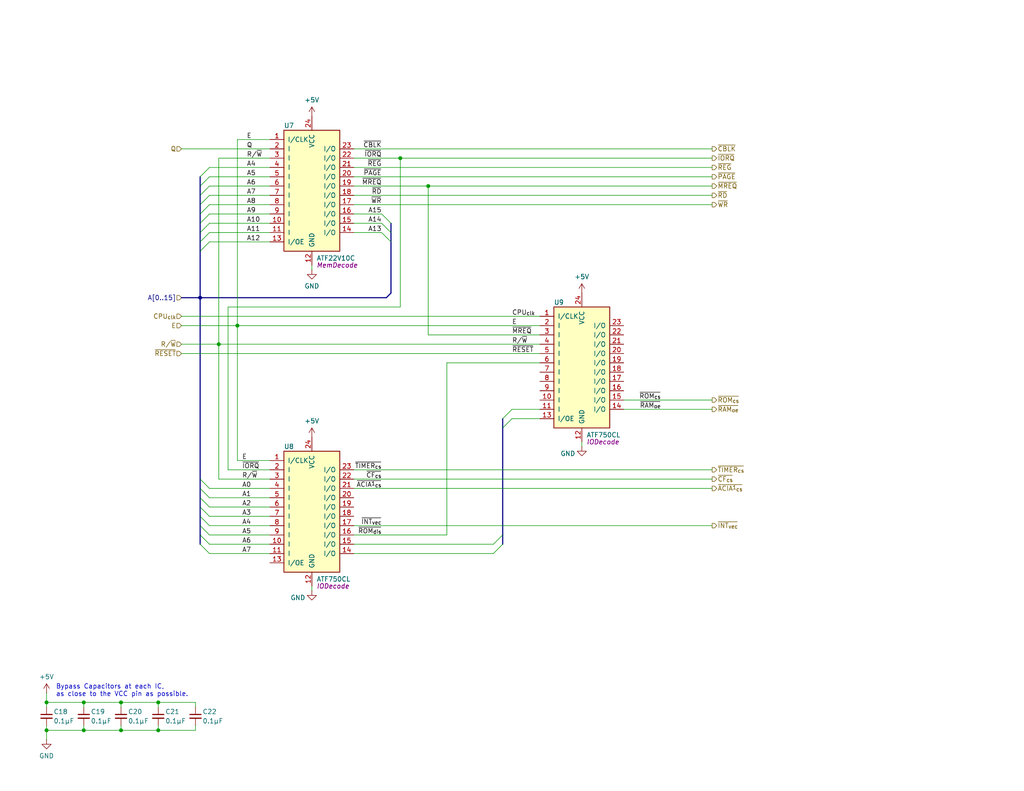
<source format=kicad_sch>
(kicad_sch (version 20250114) (generator "eeschema") (generator_version "9.0")
  (paper "USLetter")
  (title_block (title "Programmable Logic Devices") (date "2025-11-29") (rev "2.0") (company "MicroHobbyist") (comment 1 "Frédéric Segard"))
  (lib_symbols
    (symbol "Device:C_Small" (pin_numbers (hide yes)) (pin_names (offset 0.254) (hide yes))
      (property "Reference" "C" (at 0.254 1.778 0))
      (property "Value" "C_Small" (at 0.254 -2.032 0))
      (symbol "C_Small_0_1"
        (polyline (pts (xy -1.524 0.508) (xy 1.524 0.508)) (stroke (width 0.3048)))
        (polyline (pts (xy -1.524 -0.508) (xy 1.524 -0.508)) (stroke (width 0.3302)))
      )
      (symbol "C_Small_1_1"
        (pin passive line (at 0 2.54 270) (length 2.032) (name "~") (number "1"))
        (pin passive line (at 0 -2.54 90) (length 2.032) (name "~") (number "2"))
      )
    )
    (symbol "GND_1" (power) (pin_numbers (hide yes)) (pin_names (offset 0) (hide yes))
      (property "Value" "GND" (at 0 -3.81 0))
      (symbol "GND_1_0_1"
        (polyline (pts (xy 0 0) (xy 0 -1.27) (xy 1.27 -1.27) (xy 0 -2.54) (xy -1.27 -1.27) (xy 0 -1.27)))
      )
      (symbol "GND_1_1_1"
        (pin power_in line (at 0 0 270) (length 0) (name "~") (number "1"))
      )
    )
    (symbol "MicroHobbyist:ATF22V10C" (pin_names (offset 1.016))
      (property "Reference" "U" (at -7.62 1.27 0))
      (property "Value" "ATF22V10C" (at 1.27 -34.925 0))
      (symbol "ATF22V10C_1_1"
        (rectangle (start -7.62 0) (end 7.62 -33.02) (stroke (width 0.254)) (fill (type background)))
        (pin input line (at -11.43 -2.54 0) (length 3.81) (name "I/CLK") (number "1"))
        (pin input line (at -11.43 -5.08 0) (length 3.81) (name "I") (number "2"))
        (pin input line (at -11.43 -7.62 0) (length 3.81) (name "I") (number "3"))
        (pin input line (at -11.43 -10.16 0) (length 3.81) (name "I") (number "4"))
        (pin input line (at -11.43 -12.7 0) (length 3.81) (name "I") (number "5"))
        (pin input line (at -11.43 -15.24 0) (length 3.81) (name "I") (number "6"))
        (pin input line (at -11.43 -17.78 0) (length 3.81) (name "I") (number "7"))
        (pin input line (at -11.43 -20.32 0) (length 3.81) (name "I") (number "8"))
        (pin input line (at -11.43 -22.86 0) (length 3.81) (name "I") (number "9"))
        (pin input line (at -11.43 -25.4 0) (length 3.81) (name "I") (number "10"))
        (pin input line (at -11.43 -27.94 0) (length 3.81) (name "I") (number "11"))
        (pin input line (at -11.43 -30.48 0) (length 3.81) (name "I/OE") (number "13"))
        (pin power_in line (at 0 3.81 270) (length 3.81) (name "VCC") (number "24"))
        (pin power_in line (at 0 -36.83 90) (length 3.81) (name "GND") (number "12"))
        (pin bidirectional line (at 11.43 -5.08 180) (length 3.81) (name "I/O") (number "23"))
        (pin bidirectional line (at 11.43 -7.62 180) (length 3.81) (name "I/O") (number "22"))
        (pin bidirectional line (at 11.43 -10.16 180) (length 3.81) (name "I/O") (number "21"))
        (pin bidirectional line (at 11.43 -12.7 180) (length 3.81) (name "I/O") (number "20"))
        (pin bidirectional line (at 11.43 -15.24 180) (length 3.81) (name "I/O") (number "19"))
        (pin bidirectional line (at 11.43 -17.78 180) (length 3.81) (name "I/O") (number "18"))
        (pin bidirectional line (at 11.43 -20.32 180) (length 3.81) (name "I/O") (number "17"))
        (pin bidirectional line (at 11.43 -22.86 180) (length 3.81) (name "I/O") (number "16"))
        (pin bidirectional line (at 11.43 -25.4 180) (length 3.81) (name "I/O") (number "15"))
        (pin bidirectional line (at 11.43 -27.94 180) (length 3.81) (name "I/O") (number "14"))
      )
    )
    (symbol "power:+5V" (power) (pin_numbers (hide yes)) (pin_names (offset 0) (hide yes))
      (property "Value" "+5V" (at 0 3.556 0))
      (symbol "+5V_0_1"
        (polyline (pts (xy -0.762 1.27) (xy 0 2.54)))
        (polyline (pts (xy 0 2.54) (xy 0.762 1.27)))
        (polyline (pts (xy 0 0) (xy 0 2.54)))
      )
      (symbol "+5V_1_1"
        (pin power_in line (at 0 0 90) (length 0) (name "~") (number "1"))
      )
    )
    (symbol "power:GND" (power) (pin_numbers (hide yes)) (pin_names (offset 0) (hide yes))
      (property "Value" "GND" (at 0 -3.81 0))
      (symbol "GND_0_1"
        (polyline (pts (xy 0 0) (xy 0 -1.27) (xy 1.27 -1.27) (xy 0 -2.54) (xy -1.27 -1.27) (xy 0 -1.27)))
      )
      (symbol "GND_1_1"
        (pin power_in line (at 0 0 270) (length 0) (name "~") (number "1"))
      )
    )
  )
  (text "Bypass Capacitors at each IC,\nas close to the VCC pin as possible." (at 15.24 188.595 0) (effects (font (size 1.27 1.27)) (justify left)))
  (junction (at 33.02 191.77))
  (junction (at 22.86 199.39))
  (junction (at 64.77 88.9))
  (junction (at 22.86 191.77))
  (junction (at 33.02 199.39))
  (junction (at 59.69 93.98))
  (junction (at 54.61 81.28))
  (junction (at 43.18 199.39))
  (junction (at 116.84 50.8))
  (junction (at 43.18 191.77))
  (junction (at 109.22 43.18))
  (junction (at 12.7 199.39))
  (junction (at 12.7 191.77))
  (bus_entry (at 54.61 148.59) (size 2.54 2.54))
  (bus_entry (at 54.61 143.51) (size 2.54 2.54))
  (bus_entry (at 54.61 53.34) (size 2.54 -2.54))
  (bus_entry (at 54.61 135.89) (size 2.54 2.54))
  (bus_entry (at 54.61 63.5) (size 2.54 -2.54))
  (bus_entry (at 137.16 114.3) (size 2.54 -2.54))
  (bus_entry (at 54.61 50.8) (size 2.54 -2.54))
  (bus_entry (at 54.61 138.43) (size 2.54 2.54))
  (bus_entry (at 54.61 130.81) (size 2.54 2.54))
  (bus_entry (at 106.68 60.96) (size -2.54 -2.54))
  (bus_entry (at 54.61 146.05) (size 2.54 2.54))
  (bus_entry (at 104.14 63.5) (size 2.54 2.54))
  (bus_entry (at 54.61 60.96) (size 2.54 -2.54))
  (bus_entry (at 104.14 60.96) (size 2.54 2.54))
  (bus_entry (at 54.61 66.04) (size 2.54 -2.54))
  (bus_entry (at 137.16 116.84) (size 2.54 -2.54))
  (bus_entry (at 54.61 68.58) (size 2.54 -2.54))
  (bus_entry (at 54.61 58.42) (size 2.54 -2.54))
  (bus_entry (at 54.61 48.26) (size 2.54 -2.54))
  (bus_entry (at 54.61 140.97) (size 2.54 2.54))
  (bus_entry (at 134.62 151.13) (size 2.54 -2.54))
  (bus_entry (at 54.61 55.88) (size 2.54 -2.54))
  (bus_entry (at 134.62 148.59) (size 2.54 -2.54))
  (bus_entry (at 54.61 133.35) (size 2.54 2.54))
  (bus (pts (xy 54.61 138.43) (xy 54.61 135.89)))
  (wire (pts (xy 62.23 83.82) (xy 62.23 128.27)))
  (wire (pts (xy 43.18 198.12) (xy 43.18 199.39)))
  (wire (pts (xy 57.15 48.26) (xy 73.66 48.26)))
  (bus (pts (xy 54.61 146.05) (xy 54.61 143.51)))
  (bus (pts (xy 54.61 55.88) (xy 54.61 58.42)))
  (bus (pts (xy 54.61 60.96) (xy 54.61 63.5)))
  (wire (pts (xy 33.02 191.77) (xy 33.02 193.04)))
  (bus (pts (xy 54.61 133.35) (xy 54.61 135.89)))
  (wire (pts (xy 12.7 189.23) (xy 12.7 191.77)))
  (wire (pts (xy 62.23 83.82) (xy 109.22 83.82)))
  (wire (pts (xy 22.86 191.77) (xy 33.02 191.77)))
  (wire (pts (xy 33.02 198.12) (xy 33.02 199.39)))
  (wire (pts (xy 57.15 60.96) (xy 73.66 60.96)))
  (wire (pts (xy 64.77 125.73) (xy 73.66 125.73)))
  (bus (pts (xy 106.68 60.96) (xy 106.68 63.5)))
  (wire (pts (xy 22.86 198.12) (xy 22.86 199.39)))
  (wire (pts (xy 57.15 58.42) (xy 73.66 58.42)))
  (wire (pts (xy 57.15 146.05) (xy 73.66 146.05)))
  (wire (pts (xy 96.52 48.26) (xy 194.31 48.26)))
  (wire (pts (xy 170.18 109.22) (xy 194.31 109.22)))
  (wire (pts (xy 158.75 121.92) (xy 158.75 120.65)))
  (wire (pts (xy 49.53 93.98) (xy 59.69 93.98)))
  (wire (pts (xy 96.52 148.59) (xy 134.62 148.59)))
  (wire (pts (xy 116.84 91.44) (xy 147.32 91.44)))
  (wire (pts (xy 96.52 151.13) (xy 134.62 151.13)))
  (wire (pts (xy 85.09 161.29) (xy 85.09 160.02)))
  (wire (pts (xy 57.15 50.8) (xy 73.66 50.8)))
  (bus (pts (xy 106.68 66.04) (xy 106.68 80.01)))
  (wire (pts (xy 139.7 114.3) (xy 147.32 114.3)))
  (wire (pts (xy 64.77 88.9) (xy 147.32 88.9)))
  (wire (pts (xy 57.15 140.97) (xy 73.66 140.97)))
  (wire (pts (xy 96.52 43.18) (xy 109.22 43.18)))
  (wire (pts (xy 96.52 63.5) (xy 104.14 63.5)))
  (wire (pts (xy 57.15 66.04) (xy 73.66 66.04)))
  (wire (pts (xy 109.22 43.18) (xy 109.22 83.82)))
  (wire (pts (xy 64.77 88.9) (xy 64.77 125.73)))
  (wire (pts (xy 57.15 148.59) (xy 73.66 148.59)))
  (wire (pts (xy 43.18 191.77) (xy 43.18 193.04)))
  (wire (pts (xy 121.92 99.06) (xy 121.92 146.05)))
  (bus (pts (xy 54.61 81.28) (xy 105.41 81.28)))
  (wire (pts (xy 139.7 111.76) (xy 147.32 111.76)))
  (wire (pts (xy 57.15 53.34) (xy 73.66 53.34)))
  (wire (pts (xy 96.52 58.42) (xy 104.14 58.42)))
  (wire (pts (xy 59.69 130.81) (xy 73.66 130.81)))
  (wire (pts (xy 59.69 43.18) (xy 59.69 93.98)))
  (wire (pts (xy 57.15 133.35) (xy 73.66 133.35)))
  (wire (pts (xy 57.15 55.88) (xy 73.66 55.88)))
  (wire (pts (xy 96.52 133.35) (xy 194.31 133.35)))
  (bus (pts (xy 105.41 81.28) (xy 106.68 80.01)))
  (wire (pts (xy 43.18 199.39) (xy 53.34 199.39)))
  (wire (pts (xy 59.69 93.98) (xy 147.32 93.98)))
  (wire (pts (xy 57.15 138.43) (xy 73.66 138.43)))
  (wire (pts (xy 96.52 45.72) (xy 194.31 45.72)))
  (wire (pts (xy 96.52 130.81) (xy 194.31 130.81)))
  (wire (pts (xy 96.52 50.8) (xy 116.84 50.8)))
  (wire (pts (xy 22.86 191.77) (xy 22.86 193.04)))
  (wire (pts (xy 62.23 128.27) (xy 73.66 128.27)))
  (wire (pts (xy 12.7 198.12) (xy 12.7 199.39)))
  (bus (pts (xy 54.61 50.8) (xy 54.61 53.34)))
  (bus (pts (xy 54.61 143.51) (xy 54.61 140.97)))
  (wire (pts (xy 96.52 53.34) (xy 194.31 53.34)))
  (wire (pts (xy 96.52 128.27) (xy 194.31 128.27)))
  (bus (pts (xy 137.16 114.3) (xy 137.16 116.84)))
  (wire (pts (xy 96.52 55.88) (xy 194.31 55.88)))
  (wire (pts (xy 109.22 43.18) (xy 194.31 43.18)))
  (bus (pts (xy 54.61 58.42) (xy 54.61 60.96)))
  (wire (pts (xy 59.69 43.18) (xy 73.66 43.18)))
  (wire (pts (xy 12.7 191.77) (xy 12.7 193.04)))
  (wire (pts (xy 53.34 191.77) (xy 53.34 193.04)))
  (wire (pts (xy 49.53 96.52) (xy 147.32 96.52)))
  (wire (pts (xy 12.7 199.39) (xy 22.86 199.39)))
  (wire (pts (xy 57.15 45.72) (xy 73.66 45.72)))
  (wire (pts (xy 53.34 198.12) (xy 53.34 199.39)))
  (wire (pts (xy 96.52 143.51) (xy 194.31 143.51)))
  (bus (pts (xy 49.53 81.28) (xy 54.61 81.28)))
  (wire (pts (xy 170.18 111.76) (xy 194.31 111.76)))
  (wire (pts (xy 49.53 88.9) (xy 64.77 88.9)))
  (wire (pts (xy 49.53 40.64) (xy 73.66 40.64)))
  (wire (pts (xy 12.7 199.39) (xy 12.7 201.93)))
  (bus (pts (xy 54.61 130.81) (xy 54.61 133.35)))
  (wire (pts (xy 121.92 99.06) (xy 147.32 99.06)))
  (wire (pts (xy 22.86 199.39) (xy 33.02 199.39)))
  (wire (pts (xy 33.02 199.39) (xy 43.18 199.39)))
  (wire (pts (xy 43.18 191.77) (xy 53.34 191.77)))
  (bus (pts (xy 54.61 53.34) (xy 54.61 55.88)))
  (wire (pts (xy 64.77 38.1) (xy 73.66 38.1)))
  (bus (pts (xy 54.61 63.5) (xy 54.61 66.04)))
  (wire (pts (xy 12.7 191.77) (xy 22.86 191.77)))
  (wire (pts (xy 49.53 86.36) (xy 147.32 86.36)))
  (bus (pts (xy 54.61 66.04) (xy 54.61 68.58)))
  (bus (pts (xy 54.61 146.05) (xy 54.61 148.59)))
  (bus (pts (xy 106.68 63.5) (xy 106.68 66.04)))
  (wire (pts (xy 57.15 151.13) (xy 73.66 151.13)))
  (wire (pts (xy 33.02 191.77) (xy 43.18 191.77)))
  (bus (pts (xy 137.16 146.05) (xy 137.16 148.59)))
  (wire (pts (xy 57.15 143.51) (xy 73.66 143.51)))
  (wire (pts (xy 57.15 135.89) (xy 73.66 135.89)))
  (wire (pts (xy 116.84 50.8) (xy 194.31 50.8)))
  (wire (pts (xy 64.77 38.1) (xy 64.77 88.9)))
  (wire (pts (xy 96.52 60.96) (xy 104.14 60.96)))
  (wire (pts (xy 85.09 73.66) (xy 85.09 72.39)))
  (bus (pts (xy 54.61 140.97) (xy 54.61 138.43)))
  (bus (pts (xy 137.16 116.84) (xy 137.16 146.05)))
  (bus (pts (xy 54.61 68.58) (xy 54.61 81.28)))
  (wire (pts (xy 59.69 93.98) (xy 59.69 130.81)))
  (wire (pts (xy 96.52 40.64) (xy 194.31 40.64)))
  (bus (pts (xy 54.61 48.26) (xy 54.61 50.8)))
  (wire (pts (xy 96.52 146.05) (xy 121.92 146.05)))
  (wire (pts (xy 73.66 63.5) (xy 57.15 63.5)))
  (bus (pts (xy 54.61 81.28) (xy 54.61 130.81)))
  (wire (pts (xy 116.84 50.8) (xy 116.84 91.44)))
  (label "~{ROM_{cs}}" (at 180.34 109.22 180))
  (label "A4" (at 66.04 143.51 0))
  (label "A9" (at 67.31 58.42 0))
  (label "R{slash}~{W}" (at 66.04 130.81 0))
  (label "A8" (at 67.31 55.88 0))
  (label "~{ROM_{dis}}" (at 104.14 146.05 180))
  (label "A2" (at 66.04 138.43 0))
  (label "R{slash}~{W}" (at 139.7 93.98 0))
  (label "~{TIMER_{cs}}" (at 104.14 128.27 180))
  (label "A0" (at 66.04 133.35 0))
  (label "A5" (at 67.31 48.26 0))
  (label "A15" (at 104.14 58.42 180))
  (label "~{MREQ}" (at 104.14 50.8 180))
  (label "~{REG}" (at 104.14 45.72 180))
  (label "A14" (at 104.14 60.96 180))
  (label "A4" (at 67.31 45.72 0))
  (label "~{CF_{cs}}" (at 104.14 130.81 180))
  (label "E" (at 66.04 125.73 0))
  (label "~{CBLK}" (at 104.14 40.64 180))
  (label "~{RD}" (at 104.14 53.34 180))
  (label "~{PAGE}" (at 104.14 48.26 180))
  (label "A1" (at 66.04 135.89 0))
  (label "~{MREQ}" (at 139.7 91.44 0))
  (label "A3" (at 66.04 140.97 0))
  (label "~{RAM_{oe}}" (at 180.34 111.76 180))
  (label "~{WR}" (at 104.14 55.88 180))
  (label "A7" (at 67.31 53.34 0))
  (label "A12" (at 67.31 66.04 0))
  (label "A11" (at 67.31 63.5 0))
  (label "A6" (at 67.31 50.8 0))
  (label "A10" (at 67.31 60.96 0))
  (label "A7" (at 66.04 151.13 0))
  (label "E" (at 139.7 88.9 0))
  (label "~{IORQ}" (at 104.14 43.18 180))
  (label "~{IORQ}" (at 66.04 128.27 0))
  (label "~{INT_{vec}}" (at 104.14 143.51 180))
  (label "CPU_{clk}" (at 139.7 86.36 0))
  (label "E" (at 67.31 38.1 0))
  (label "A6" (at 66.04 148.59 0))
  (label "R{slash}~{W}" (at 67.31 43.18 0))
  (label "A5" (at 66.04 146.05 0))
  (label "~{RESET}" (at 139.7 96.52 0))
  (label "Q" (at 67.31 40.64 0))
  (label "~{ACIA^{1}_{cs}}" (at 104.14 133.35 180))
  (label "A13" (at 104.14 63.5 180))
  (hierarchical_label "~{RD}" (shape output) (at 194.31 53.34 0))
  (hierarchical_label "~{WR}" (shape output) (at 194.31 55.88 0))
  (hierarchical_label "~{ACIA^{1}_{cs}}" (shape output) (at 194.31 133.35 0))
  (hierarchical_label "A[0..15]" (shape input) (at 49.53 81.28 180))
  (hierarchical_label "~{ROM_{cs}}" (shape output) (at 194.31 109.22 0))
  (hierarchical_label "~{MREQ}" (shape output) (at 194.31 50.8 0))
  (hierarchical_label "~{RAM_{oe}}" (shape output) (at 194.31 111.76 0))
  (hierarchical_label "~{TIMER_{cs}}" (shape output) (at 194.31 128.27 0))
  (hierarchical_label "CPU_{clk}" (shape input) (at 49.53 86.36 180))
  (hierarchical_label "E" (shape input) (at 49.53 88.9 180))
  (hierarchical_label "~{IORQ}" (shape output) (at 194.31 43.18 0))
  (hierarchical_label "~{INT_{vec}}" (shape output) (at 194.31 143.51 0))
  (hierarchical_label "~{CF_{cs}}" (shape output) (at 194.31 130.81 0))
  (hierarchical_label "Q" (shape input) (at 49.53 40.64 180))
  (hierarchical_label "~{PAGE}" (shape output) (at 194.31 48.26 0))
  (hierarchical_label "R{slash}~{W}" (shape input) (at 49.53 93.98 180))
  (hierarchical_label "~{REG}" (shape output) (at 194.31 45.72 0))
  (hierarchical_label "~{RESET}" (shape input) (at 49.53 96.52 180))
  (hierarchical_label "~{CBLK}" (shape output) (at 194.31 40.64 0))
  (symbol (lib_id "Device:C_Small") (at 43.18 195.58 0) (unit 1)
    (property "Reference" "C21" (at 45.085 194.31 0) (effects (justify left)))
    (property "Value" "0.1µF" (at 45.085 196.85 0) (effects (justify left)))
    (property "Description" "Unpolarized capacitor, small symbol" (effects (hide yes)))
  )
  (symbol (lib_name "GND_1") (lib_id "power:GND") (at 158.75 121.92 0) (unit 1)
    (property "Reference" "#PWR037" (effects (hide yes)))
    (property "Value" "GND" (at 154.94 123.825 0))
    (property "Description" "Power symbol creates a global label with name \"GND\" , ground" (effects (hide yes)))
  )
  (symbol (lib_id "Device:C_Small") (at 33.02 195.58 0) (unit 1)
    (property "Reference" "C20" (at 34.925 194.31 0) (effects (justify left)))
    (property "Value" "0.1µF" (at 34.925 196.85 0) (effects (justify left)))
    (property "Description" "Unpolarized capacitor, small symbol" (effects (hide yes)))
  )
  (symbol (lib_id "Device:C_Small") (at 22.86 195.58 0) (unit 1)
    (property "Reference" "C19" (at 24.765 194.31 0) (effects (justify left)))
    (property "Value" "0.1µF" (at 24.765 196.85 0) (effects (justify left)))
    (property "Description" "Unpolarized capacitor, small symbol" (effects (hide yes)))
  )
  (symbol (lib_id "power:GND") (at 12.7 201.93 0) (unit 1)
    (property "Reference" "#PWR031" (effects (hide yes)))
    (property "Value" "GND" (at 12.7 206.375 0))
    (property "Description" "Power symbol creates a global label with name \"GND\" , ground" (effects (hide yes)))
  )
  (symbol (lib_id "power:+5V") (at 12.7 189.23 0) (unit 1)
    (property "Reference" "#PWR030" (effects (hide yes)))
    (property "Value" "+5V" (at 12.7 184.785 0))
    (property "Description" "Power symbol creates a global label with name \"+5V\"" (effects (hide yes)))
  )
  (symbol (lib_id "power:+5V") (at 85.09 119.38 0) (unit 1)
    (property "Reference" "#PWR034" (effects (hide yes)))
    (property "Value" "+5V" (at 85.09 114.935 0))
    (property "Description" "Power symbol creates a global label with name \"+5V\"" (effects (hide yes)))
  )
  (symbol (lib_id "power:+5V") (at 85.09 31.75 0) (unit 1)
    (property "Reference" "#PWR032" (effects (hide yes)))
    (property "Value" "+5V" (at 85.09 27.305 0))
    (property "Description" "Power symbol creates a global label with name \"+5V\"" (effects (hide yes)))
  )
  (symbol (lib_name "GND_1") (lib_id "power:GND") (at 85.09 161.29 0) (unit 1)
    (property "Reference" "#PWR035" (effects (hide yes)))
    (property "Value" "GND" (at 81.28 163.195 0))
    (property "Description" "Power symbol creates a global label with name \"GND\" , ground" (effects (hide yes)))
  )
  (symbol (lib_id "power:GND") (at 85.09 73.66 0) (unit 1)
    (property "Reference" "#PWR033" (effects (hide yes)))
    (property "Value" "GND" (at 85.09 78.105 0))
    (property "Description" "Power symbol creates a global label with name \"GND\" , ground" (effects (hide yes)))
  )
  (symbol (lib_id "MicroHobbyist:ATF22V10C") (at 85.09 123.19 0) (unit 1)
    (property "Reference" "U8" (at 77.47 121.92 0) (effects (justify left)))
    (property "Value" "ATF750CL" (at 86.36 158.115 0) (effects (justify left)))
    (property "Footprint" "Package_DIP:DIP-24_W7.62mm_Socket_LongPads" (effects (hide yes)))
    (property "Datasheet" "http://ww1.microchip.com/downloads/en/DeviceDoc/doc0735.pdf" (effects (hide yes)))
    (property "Description" "High-performance EE PLD, 12 inputs, 10 I/O" (effects (hide yes)))
    (property "File" "IODecode" (at 86.36 160.02 0) (effects (font (italic yes)) (justify left)))
    (property "Position" "BB-Center" (effects (hide yes)))
  )
  (symbol (lib_id "MicroHobbyist:ATF22V10C") (at 85.09 35.56 0) (unit 1)
    (property "Reference" "U7" (at 77.47 34.29 0) (effects (justify left)))
    (property "Value" "ATF22V10C" (at 86.36 70.485 0) (effects (justify left)))
    (property "Footprint" "Package_DIP:DIP-24_W7.62mm_Socket_LongPads" (effects (hide yes)))
    (property "Datasheet" "http://ww1.microchip.com/downloads/en/DeviceDoc/doc0735.pdf" (effects (hide yes)))
    (property "Description" "High-performance EE PLD, 12 inputs, 10 I/O" (effects (hide yes)))
    (property "File" "MemDecode" (at 86.36 72.39 0) (effects (font (italic yes)) (justify left)))
    (property "Position" "BB-Left" (effects (hide yes)))
  )
  (symbol (lib_id "Device:C_Small") (at 12.7 195.58 0) (unit 1)
    (property "Reference" "C18" (at 14.605 194.31 0) (effects (justify left)))
    (property "Value" "0.1µF" (at 14.605 196.85 0) (effects (justify left)))
    (property "Description" "Unpolarized capacitor, small symbol" (effects (hide yes)))
  )
  (symbol (lib_id "power:+5V") (at 158.75 80.01 0) (unit 1)
    (property "Reference" "#PWR036" (effects (hide yes)))
    (property "Value" "+5V" (at 158.75 75.565 0))
    (property "Description" "Power symbol creates a global label with name \"+5V\"" (effects (hide yes)))
  )
  (symbol (lib_id "Device:C_Small") (at 53.34 195.58 0) (unit 1)
    (property "Reference" "C22" (at 55.245 194.31 0) (effects (justify left)))
    (property "Value" "0.1µF" (at 55.245 196.85 0) (effects (justify left)))
    (property "Description" "Unpolarized capacitor, small symbol" (effects (hide yes)))
  )
  (symbol (lib_id "MicroHobbyist:ATF22V10C") (at 158.75 83.82 0) (unit 1)
    (property "Reference" "U9" (at 151.13 82.55 0) (effects (justify left)))
    (property "Value" "ATF750CL" (at 160.02 118.745 0) (effects (justify left)))
    (property "Footprint" "Package_DIP:DIP-24_W7.62mm_Socket_LongPads" (effects (hide yes)))
    (property "Datasheet" "http://ww1.microchip.com/downloads/en/DeviceDoc/doc0735.pdf" (effects (hide yes)))
    (property "Description" "High-performance EE PLD, 12 inputs, 10 I/O" (effects (hide yes)))
    (property "File" "IODecode" (at 160.02 120.65 0) (effects (font (italic yes)) (justify left)))
    (property "Position" "BB-Center" (effects (hide yes)))
  )
)
</source>
